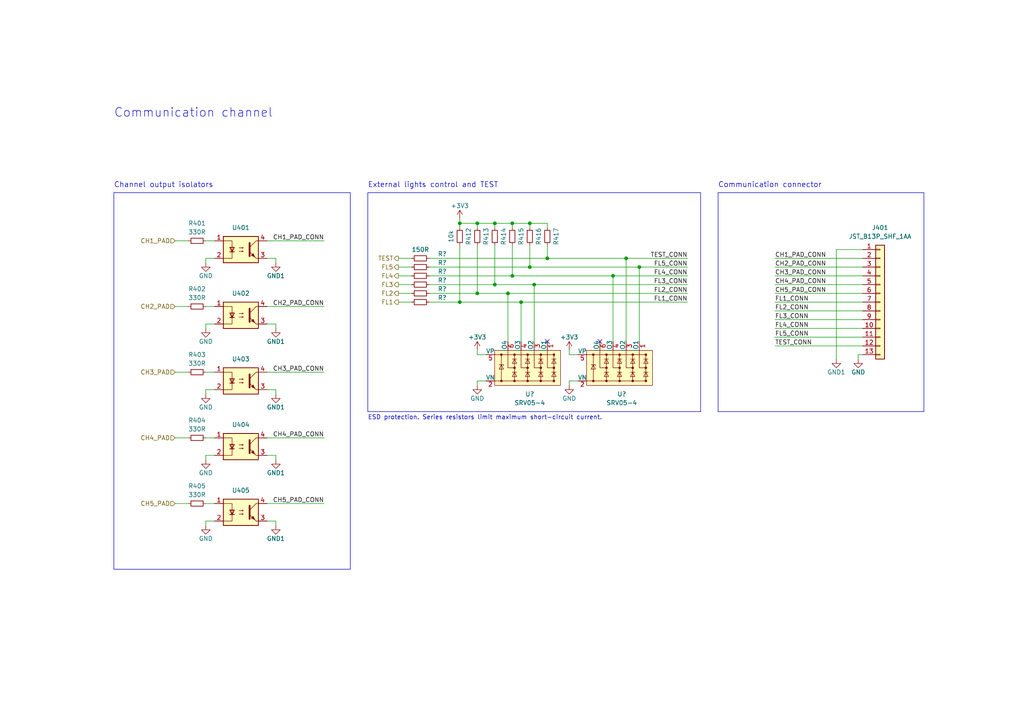
<source format=kicad_sch>
(kicad_sch (version 20230121) (generator eeschema)
  (paper "A4")
  (title_block (title "BD845-PWB SCH") (date "2023-06-16") (rev "1.1.0") (company "BlueDot Arcade, Vincenzo Fortunato") (comment 1 "bluedotarcade.com"))
  (lib_symbols
    (symbol "Connector_Generic:Conn_01x13" (pin_names (offset 1.016) hide)
      (property "Reference" "J" (at 0 17.78 0))
      (property "Value" "Conn_01x13" (at 0 -17.78 0))
      (symbol "Conn_01x13_1_1"
        (rectangle (start -1.27 -15.113) (end 0 -15.367) (stroke (width 0.1524)))
        (rectangle (start -1.27 -12.573) (end 0 -12.827) (stroke (width 0.1524)))
        (rectangle (start -1.27 -10.033) (end 0 -10.287) (stroke (width 0.1524)))
        (rectangle (start -1.27 -7.493) (end 0 -7.747) (stroke (width 0.1524)))
        (rectangle (start -1.27 -4.953) (end 0 -5.207) (stroke (width 0.1524)))
        (rectangle (start -1.27 -2.413) (end 0 -2.667) (stroke (width 0.1524)))
        (rectangle (start -1.27 0.127) (end 0 -0.127) (stroke (width 0.1524)))
        (rectangle (start -1.27 2.667) (end 0 2.413) (stroke (width 0.1524)))
        (rectangle (start -1.27 5.207) (end 0 4.953) (stroke (width 0.1524)))
        (rectangle (start -1.27 7.747) (end 0 7.493) (stroke (width 0.1524)))
        (rectangle (start -1.27 10.287) (end 0 10.033) (stroke (width 0.1524)))
        (rectangle (start -1.27 12.827) (end 0 12.573) (stroke (width 0.1524)))
        (rectangle (start -1.27 15.367) (end 0 15.113) (stroke (width 0.1524)))
        (rectangle (start -1.27 16.51) (end 1.27 -16.51) (stroke (width 0.254)) (fill (type background)))
        (pin passive line (at -5.08 15.24 0) (length 3.81) (name "Pin_1") (number "1"))
        (pin passive line (at -5.08 -7.62 0) (length 3.81) (name "Pin_10") (number "10"))
        (pin passive line (at -5.08 -10.16 0) (length 3.81) (name "Pin_11") (number "11"))
        (pin passive line (at -5.08 -12.7 0) (length 3.81) (name "Pin_12") (number "12"))
        (pin passive line (at -5.08 -15.24 0) (length 3.81) (name "Pin_13") (number "13"))
        (pin passive line (at -5.08 12.7 0) (length 3.81) (name "Pin_2") (number "2"))
        (pin passive line (at -5.08 10.16 0) (length 3.81) (name "Pin_3") (number "3"))
        (pin passive line (at -5.08 7.62 0) (length 3.81) (name "Pin_4") (number "4"))
        (pin passive line (at -5.08 5.08 0) (length 3.81) (name "Pin_5") (number "5"))
        (pin passive line (at -5.08 2.54 0) (length 3.81) (name "Pin_6") (number "6"))
        (pin passive line (at -5.08 0 0) (length 3.81) (name "Pin_7") (number "7"))
        (pin passive line (at -5.08 -2.54 0) (length 3.81) (name "Pin_8") (number "8"))
        (pin passive line (at -5.08 -5.08 0) (length 3.81) (name "Pin_9") (number "9"))
      )
    )
    (symbol "Device:R_Small" (pin_numbers hide) (pin_names (offset 0.254) hide)
      (property "Reference" "R" (at 0.762 0.508 0))
      (property "Value" "R_Small" (at 0.762 -1.016 0))
      (symbol "R_Small_0_1"
        (rectangle (start -0.762 1.778) (end 0.762 -1.778) (stroke (width 0.2032)))
      )
      (symbol "R_Small_1_1"
        (pin passive line (at 0 2.54 270) (length 0.762) (name "~") (number "1"))
        (pin passive line (at 0 -2.54 90) (length 0.762) (name "~") (number "2"))
      )
    )
    (symbol "ProjectLibrary:EL357N(C)(TA)-G" (pin_names (offset 1.016))
      (property "Reference" "U" (at -5.334 4.826 0))
      (property "Value" "EL357N(C)(TA)-G" (at 0 5.08 0))
      (symbol "EL357N(C)(TA)-G_0_1"
        (rectangle (start -5.08 3.81) (end 5.08 -3.81) (stroke (width 0.254)) (fill (type background)))
        (polyline (pts (xy -3.175 -0.635) (xy -1.905 -0.635)) (stroke (width 0.254)))
        (polyline (pts (xy 2.54 0.635) (xy 4.445 2.54)))
        (polyline (pts (xy 4.445 -2.54) (xy 2.54 -0.635)) (fill (type outline)))
        (polyline (pts (xy 4.445 -2.54) (xy 5.08 -2.54)))
        (polyline (pts (xy 4.445 2.54) (xy 5.08 2.54)))
        (polyline (pts (xy -5.08 2.54) (xy -2.54 2.54) (xy -2.54 -0.762)))
        (polyline (pts (xy -2.54 -0.635) (xy -2.54 -2.54) (xy -5.08 -2.54)))
        (polyline (pts (xy 2.54 1.905) (xy 2.54 -1.905) (xy 2.54 -1.905)) (stroke (width 0.508)))
        (polyline (pts (xy -2.54 -0.635) (xy -3.175 0.635) (xy -1.905 0.635) (xy -2.54 -0.635)) (stroke (width 0.254)))
        (polyline (pts (xy -0.508 -0.508) (xy 0.762 -0.508) (xy 0.381 -0.635) (xy 0.381 -0.381) (xy 0.762 -0.508)))
        (polyline (pts (xy -0.508 0.508) (xy 0.762 0.508) (xy 0.381 0.381) (xy 0.381 0.635) (xy 0.762 0.508)))
        (polyline (pts (xy 3.048 -1.651) (xy 3.556 -1.143) (xy 4.064 -2.159) (xy 3.048 -1.651) (xy 3.048 -1.651)) (fill (type outline)))
      )
      (symbol "EL357N(C)(TA)-G_1_1"
        (pin passive line (at -7.62 2.54 0) (length 2.54) (name "~") (number "1"))
        (pin passive line (at -7.62 -2.54 0) (length 2.54) (name "~") (number "2"))
        (pin passive line (at 7.62 -2.54 180) (length 2.54) (name "~") (number "3"))
        (pin passive line (at 7.62 2.54 180) (length 2.54) (name "~") (number "4"))
      )
    )
    (symbol "ProjectLibrary:SRV05-4" (pin_names (offset 0))
      (property "Reference" "U" (at -7.62 -6.985 0))
      (property "Value" "SRV05-4" (at 0 -6.985 0))
      (symbol "SRV05-4_0_0"
        (polyline (pts (xy -6.985 -3.81) (xy -6.985 3.81)))
        (polyline (pts (xy -3.175 -3.81) (xy -3.175 3.81)))
        (polyline (pts (xy 0.635 -3.81) (xy 0.635 3.81)))
        (polyline (pts (xy 4.445 -3.81) (xy 4.445 3.81)))
      )
      (symbol "SRV05-4_0_1"
        (rectangle (start -8.89 5.08) (end 10.16 -5.08) (fill (type background)))
        (circle (center -6.985 -3.81) (radius 0.2794) (fill (type outline)))
        (circle (center -6.985 0) (radius 0.2794) (fill (type outline)))
        (circle (center -6.985 3.81) (radius 0.2794) (fill (type outline)))
        (circle (center -3.175 -3.81) (radius 0.2794) (fill (type outline)))
        (circle (center -3.175 0) (radius 0.2794) (fill (type outline)))
        (circle (center -3.175 3.81) (radius 0.2794) (fill (type outline)))
        (polyline (pts (xy -6.35 -1.27) (xy -7.62 -1.27)))
        (polyline (pts (xy -6.35 2.54) (xy -7.62 2.54)))
        (polyline (pts (xy -2.54 -1.27) (xy -3.81 -1.27)))
        (polyline (pts (xy -2.54 2.54) (xy -3.81 2.54)))
        (polyline (pts (xy 1.27 -1.27) (xy 0 -1.27)))
        (polyline (pts (xy 1.27 2.54) (xy 0 2.54)))
        (polyline (pts (xy 5.08 -1.27) (xy 3.81 -1.27)))
        (polyline (pts (xy 5.08 2.54) (xy 3.81 2.54)))
        (polyline (pts (xy 8.255 3.81) (xy 8.255 -3.81)))
        (polyline (pts (xy 10.16 -3.81) (xy -6.985 -3.81)))
        (polyline (pts (xy 10.16 3.81) (xy -6.985 3.81)))
        (polyline (pts (xy -6.985 0) (xy -5.08 0) (xy -5.08 5.08)))
        (polyline (pts (xy -3.175 0) (xy -1.27 0) (xy -1.27 5.08)))
        (polyline (pts (xy 0.635 0) (xy 2.54 0) (xy 2.54 5.08)))
        (polyline (pts (xy 4.445 0) (xy 6.35 0) (xy 6.35 5.08)))
        (polyline (pts (xy 8.89 0.889) (xy 7.62 0.889) (xy 7.62 0.635)))
        (polyline (pts (xy -6.35 -2.54) (xy -7.62 -2.54) (xy -6.985 -1.27) (xy -6.35 -2.54)))
        (polyline (pts (xy -6.35 1.27) (xy -7.62 1.27) (xy -6.985 2.54) (xy -6.35 1.27)))
        (polyline (pts (xy -2.54 -2.54) (xy -3.81 -2.54) (xy -3.175 -1.27) (xy -2.54 -2.54)))
        (polyline (pts (xy -2.54 1.27) (xy -3.81 1.27) (xy -3.175 2.54) (xy -2.54 1.27)))
        (polyline (pts (xy 1.27 -2.54) (xy 0 -2.54) (xy 0.635 -1.27) (xy 1.27 -2.54)))
        (polyline (pts (xy 1.27 1.27) (xy 0 1.27) (xy 0.635 2.54) (xy 1.27 1.27)))
        (polyline (pts (xy 5.08 -2.54) (xy 3.81 -2.54) (xy 4.445 -1.27) (xy 5.08 -2.54)))
        (polyline (pts (xy 5.08 1.27) (xy 3.81 1.27) (xy 4.445 2.54) (xy 5.08 1.27)))
        (polyline (pts (xy 8.89 -0.381) (xy 7.62 -0.381) (xy 8.255 0.889) (xy 8.89 -0.381)))
        (circle (center 0.635 -3.81) (radius 0.2794) (fill (type outline)))
        (circle (center 0.635 0) (radius 0.2794) (fill (type outline)))
        (circle (center 0.635 3.81) (radius 0.2794) (fill (type outline)))
        (circle (center 4.445 -3.81) (radius 0.2794) (fill (type outline)))
        (circle (center 4.445 0) (radius 0.2794) (fill (type outline)))
        (circle (center 4.445 3.81) (radius 0.2794) (fill (type outline)))
        (circle (center 8.255 -3.81) (radius 0.2794) (fill (type outline)))
        (circle (center 8.255 3.81) (radius 0.2794) (fill (type outline)))
      )
      (symbol "SRV05-4_1_1"
        (pin passive line (at -5.08 7.62 270) (length 2.54) (name "IO1") (number "1"))
        (pin passive line (at 12.7 -3.81 180) (length 2.54) (name "VN") (number "2"))
        (pin passive line (at -1.27 7.62 270) (length 2.54) (name "IO2") (number "3"))
        (pin passive line (at 2.54 7.62 270) (length 2.54) (name "IO3") (number "4"))
        (pin passive line (at 12.7 3.81 180) (length 2.54) (name "VP") (number "5"))
        (pin passive line (at 6.35 7.62 270) (length 2.54) (name "IO4") (number "6"))
      )
    )
    (symbol "power:+3V3" (power) (pin_names (offset 0))
      (property "Value" "+3V3" (at 0 3.556 0))
      (symbol "+3V3_0_1"
        (polyline (pts (xy -0.762 1.27) (xy 0 2.54)))
        (polyline (pts (xy 0 0) (xy 0 2.54)))
        (polyline (pts (xy 0 2.54) (xy 0.762 1.27)))
      )
      (symbol "+3V3_1_1"
        (pin power_in line (at 0 0 90) (length 0) hide (name "+3V3") (number "1"))
      )
    )
    (symbol "power:GND" (power) (pin_names (offset 0))
      (property "Value" "GND" (at 0 -3.81 0))
      (symbol "GND_0_1"
        (polyline (pts (xy 0 0) (xy 0 -1.27) (xy 1.27 -1.27) (xy 0 -2.54) (xy -1.27 -1.27) (xy 0 -1.27)))
      )
      (symbol "GND_1_1"
        (pin power_in line (at 0 0 270) (length 0) hide (name "GND") (number "1"))
      )
    )
    (symbol "power:GND1" (power) (pin_names (offset 0))
      (property "Value" "GND1" (at 0 -3.81 0))
      (symbol "GND1_0_1"
        (polyline (pts (xy 0 0) (xy 0 -1.27) (xy 1.27 -1.27) (xy 0 -2.54) (xy -1.27 -1.27) (xy 0 -1.27)))
      )
      (symbol "GND1_1_1"
        (pin power_in line (at 0 0 270) (length 0) hide (name "GND1") (number "1"))
      )
    )
  )
  (junction (at 148.59 64.77))
  (junction (at 181.61 74.93))
  (junction (at 138.43 64.77))
  (junction (at 143.51 64.77))
  (junction (at 177.8 80.01))
  (junction (at 148.59 80.01))
  (junction (at 138.43 85.09))
  (junction (at 185.42 77.47))
  (junction (at 154.94 82.55))
  (junction (at 158.75 74.93))
  (junction (at 153.67 77.47))
  (junction (at 153.67 64.77))
  (junction (at 147.32 85.09))
  (junction (at 133.35 64.77))
  (junction (at 143.51 82.55))
  (junction (at 151.13 87.63))
  (junction (at 133.35 87.63))
  (no_connect (at 158.75 99.06))
  (no_connect (at 173.99 99.06))
  (wire (pts (xy 93.98 146.05) (xy 77.47 146.05)))
  (polyline (pts (xy 33.02 55.88) (xy 33.02 165.1)))
  (wire (pts (xy 59.69 151.13) (xy 59.69 152.4)))
  (wire (pts (xy 124.46 74.93) (xy 158.75 74.93)))
  (wire (pts (xy 59.69 127) (xy 62.23 127)))
  (wire (pts (xy 248.92 104.14) (xy 248.92 102.87)))
  (polyline (pts (xy 101.6 165.1) (xy 33.02 165.1)))
  (wire (pts (xy 224.79 87.63) (xy 250.19 87.63)))
  (wire (pts (xy 59.69 93.98) (xy 59.69 95.25)))
  (wire (pts (xy 224.79 85.09) (xy 250.19 85.09)))
  (polyline (pts (xy 203.2 55.88) (xy 203.2 119.38)))
  (polyline (pts (xy 101.6 55.88) (xy 101.6 165.1)))
  (wire (pts (xy 138.43 110.49) (xy 138.43 111.76)))
  (wire (pts (xy 77.47 93.98) (xy 80.01 93.98)))
  (wire (pts (xy 124.46 77.47) (xy 153.67 77.47)))
  (polyline (pts (xy 33.02 55.88) (xy 101.6 55.88)))
  (wire (pts (xy 138.43 64.77) (xy 138.43 66.04)))
  (polyline (pts (xy 208.28 55.88) (xy 208.28 119.38)))
  (wire (pts (xy 167.64 102.87) (xy 165.1 102.87)))
  (wire (pts (xy 93.98 88.9) (xy 77.47 88.9)))
  (wire (pts (xy 181.61 74.93) (xy 199.39 74.93)))
  (wire (pts (xy 185.42 77.47) (xy 185.42 99.06)))
  (polyline (pts (xy 203.2 119.38) (xy 106.68 119.38)))
  (wire (pts (xy 80.01 93.98) (xy 80.01 95.25)))
  (polyline (pts (xy 267.97 55.88) (xy 267.97 119.38)))
  (wire (pts (xy 224.79 90.17) (xy 250.19 90.17)))
  (wire (pts (xy 148.59 80.01) (xy 177.8 80.01)))
  (wire (pts (xy 59.69 107.95) (xy 62.23 107.95)))
  (wire (pts (xy 50.8 107.95) (xy 54.61 107.95)))
  (wire (pts (xy 59.69 132.08) (xy 59.69 133.35)))
  (wire (pts (xy 59.69 88.9) (xy 62.23 88.9)))
  (polyline (pts (xy 109.22 55.88) (xy 203.2 55.88)))
  (wire (pts (xy 153.67 71.12) (xy 153.67 77.47)))
  (wire (pts (xy 62.23 113.03) (xy 59.69 113.03)))
  (wire (pts (xy 143.51 82.55) (xy 154.94 82.55)))
  (wire (pts (xy 59.69 113.03) (xy 59.69 114.3)))
  (wire (pts (xy 158.75 64.77) (xy 158.75 66.04)))
  (wire (pts (xy 154.94 82.55) (xy 154.94 99.06)))
  (polyline (pts (xy 106.68 119.38) (xy 106.68 55.88)))
  (wire (pts (xy 62.23 93.98) (xy 59.69 93.98)))
  (wire (pts (xy 77.47 132.08) (xy 80.01 132.08)))
  (wire (pts (xy 153.67 77.47) (xy 185.42 77.47)))
  (wire (pts (xy 177.8 80.01) (xy 177.8 99.06)))
  (wire (pts (xy 77.47 74.93) (xy 80.01 74.93)))
  (wire (pts (xy 80.01 113.03) (xy 80.01 114.3)))
  (wire (pts (xy 115.57 74.93) (xy 119.38 74.93)))
  (wire (pts (xy 242.57 72.39) (xy 242.57 104.14)))
  (wire (pts (xy 185.42 77.47) (xy 199.39 77.47)))
  (wire (pts (xy 181.61 74.93) (xy 181.61 99.06)))
  (wire (pts (xy 77.47 151.13) (xy 80.01 151.13)))
  (wire (pts (xy 115.57 82.55) (xy 119.38 82.55)))
  (wire (pts (xy 224.79 100.33) (xy 250.19 100.33)))
  (wire (pts (xy 224.79 74.93) (xy 250.19 74.93)))
  (wire (pts (xy 148.59 64.77) (xy 148.59 66.04)))
  (wire (pts (xy 153.67 64.77) (xy 158.75 64.77)))
  (wire (pts (xy 124.46 85.09) (xy 138.43 85.09)))
  (wire (pts (xy 250.19 72.39) (xy 242.57 72.39)))
  (wire (pts (xy 158.75 74.93) (xy 181.61 74.93)))
  (wire (pts (xy 133.35 64.77) (xy 133.35 66.04)))
  (wire (pts (xy 138.43 102.87) (xy 138.43 101.6)))
  (wire (pts (xy 93.98 127) (xy 77.47 127)))
  (wire (pts (xy 50.8 127) (xy 54.61 127)))
  (wire (pts (xy 138.43 71.12) (xy 138.43 85.09)))
  (wire (pts (xy 167.64 110.49) (xy 165.1 110.49)))
  (wire (pts (xy 93.98 69.85) (xy 77.47 69.85)))
  (wire (pts (xy 224.79 82.55) (xy 250.19 82.55)))
  (wire (pts (xy 147.32 85.09) (xy 147.32 99.06)))
  (wire (pts (xy 177.8 80.01) (xy 199.39 80.01)))
  (wire (pts (xy 80.01 132.08) (xy 80.01 133.35)))
  (wire (pts (xy 133.35 87.63) (xy 151.13 87.63)))
  (wire (pts (xy 224.79 92.71) (xy 250.19 92.71)))
  (polyline (pts (xy 267.97 119.38) (xy 208.28 119.38)))
  (wire (pts (xy 50.8 146.05) (xy 54.61 146.05)))
  (wire (pts (xy 62.23 132.08) (xy 59.69 132.08)))
  (wire (pts (xy 158.75 71.12) (xy 158.75 74.93)))
  (polyline (pts (xy 208.28 55.88) (xy 267.97 55.88)))
  (wire (pts (xy 115.57 80.01) (xy 119.38 80.01)))
  (wire (pts (xy 80.01 151.13) (xy 80.01 152.4)))
  (wire (pts (xy 147.32 85.09) (xy 199.39 85.09)))
  (wire (pts (xy 59.69 146.05) (xy 62.23 146.05)))
  (wire (pts (xy 138.43 64.77) (xy 143.51 64.77)))
  (wire (pts (xy 143.51 64.77) (xy 143.51 66.04)))
  (wire (pts (xy 224.79 95.25) (xy 250.19 95.25)))
  (wire (pts (xy 165.1 110.49) (xy 165.1 111.76)))
  (wire (pts (xy 124.46 80.01) (xy 148.59 80.01)))
  (wire (pts (xy 62.23 74.93) (xy 59.69 74.93)))
  (wire (pts (xy 115.57 85.09) (xy 119.38 85.09)))
  (wire (pts (xy 93.98 107.95) (xy 77.47 107.95)))
  (wire (pts (xy 115.57 77.47) (xy 119.38 77.47)))
  (wire (pts (xy 124.46 87.63) (xy 133.35 87.63)))
  (wire (pts (xy 143.51 71.12) (xy 143.51 82.55)))
  (wire (pts (xy 50.8 88.9) (xy 54.61 88.9)))
  (wire (pts (xy 133.35 71.12) (xy 133.35 87.63)))
  (wire (pts (xy 124.46 82.55) (xy 143.51 82.55)))
  (polyline (pts (xy 106.68 55.88) (xy 109.22 55.88)))
  (wire (pts (xy 224.79 77.47) (xy 250.19 77.47)))
  (wire (pts (xy 165.1 102.87) (xy 165.1 101.6)))
  (wire (pts (xy 59.69 74.93) (xy 59.69 76.2)))
  (wire (pts (xy 115.57 87.63) (xy 119.38 87.63)))
  (wire (pts (xy 62.23 151.13) (xy 59.69 151.13)))
  (wire (pts (xy 133.35 63.5) (xy 133.35 64.77)))
  (wire (pts (xy 140.97 102.87) (xy 138.43 102.87)))
  (wire (pts (xy 248.92 102.87) (xy 250.19 102.87)))
  (wire (pts (xy 140.97 110.49) (xy 138.43 110.49)))
  (wire (pts (xy 138.43 85.09) (xy 147.32 85.09)))
  (wire (pts (xy 148.59 71.12) (xy 148.59 80.01)))
  (wire (pts (xy 77.47 113.03) (xy 80.01 113.03)))
  (wire (pts (xy 154.94 82.55) (xy 199.39 82.55)))
  (wire (pts (xy 143.51 64.77) (xy 148.59 64.77)))
  (wire (pts (xy 59.69 69.85) (xy 62.23 69.85)))
  (wire (pts (xy 153.67 64.77) (xy 153.67 66.04)))
  (wire (pts (xy 224.79 97.79) (xy 250.19 97.79)))
  (wire (pts (xy 148.59 64.77) (xy 153.67 64.77)))
  (wire (pts (xy 50.8 69.85) (xy 54.61 69.85)))
  (wire (pts (xy 133.35 64.77) (xy 138.43 64.77)))
  (wire (pts (xy 80.01 74.93) (xy 80.01 76.2)))
  (wire (pts (xy 151.13 87.63) (xy 151.13 99.06)))
  (wire (pts (xy 151.13 87.63) (xy 199.39 87.63)))
  (wire (pts (xy 224.79 80.01) (xy 250.19 80.01)))
  (text "Communication connector" (at 208.28 54.61 0) (effects (font (size 1.524 1.524)) (justify left bottom)))
  (text "Channel output isolators" (at 33.02 54.61 0) (effects (font (size 1.524 1.524)) (justify left bottom)))
  (text "Communication channel" (at 33.02 34.29 0) (effects (font (size 2.54 2.54)) (justify left bottom)))
  (text "External lights control and TEST" (at 106.68 54.61 0) (effects (font (size 1.524 1.524)) (justify left bottom)))
  (text "ESD protection. Series resistors limit maximum short-circuit current." (at 106.68 121.92 0) (effects (font (size 1.27 1.27)) (justify left bottom)))
  (label "FL3_CONN" (at 224.79 92.71 0))
  (label "CH1_PAD_CONN" (at 93.98 69.85 180))
  (label "FL2_CONN" (at 224.79 90.17 0))
  (label "FL5_CONN" (at 199.39 77.47 180))
  (label "CH5_PAD_CONN" (at 93.98 146.05 180))
  (label "CH2_PAD_CONN" (at 93.98 88.9 180))
  (label "FL4_CONN" (at 199.39 80.01 180))
  (label "FL3_CONN" (at 199.39 82.55 180))
  (label "FL1_CONN" (at 199.39 87.63 180))
  (label "FL5_CONN" (at 224.79 97.79 0))
  (label "CH2_PAD_CONN" (at 224.79 77.47 0))
  (label "FL1_CONN" (at 224.79 87.63 0))
  (label "CH4_PAD_CONN" (at 224.79 82.55 0))
  (label "CH4_PAD_CONN" (at 93.98 127 180))
  (label "CH3_PAD_CONN" (at 224.79 80.01 0))
  (label "CH1_PAD_CONN" (at 224.79 74.93 0))
  (label "FL2_CONN" (at 199.39 85.09 180))
  (label "CH3_PAD_CONN" (at 93.98 107.95 180))
  (label "TEST_CONN" (at 224.79 100.33 0))
  (label "CH5_PAD_CONN" (at 224.79 85.09 0))
  (label "FL4_CONN" (at 224.79 95.25 0))
  (label "TEST_CONN" (at 199.39 74.93 180))
  (hierarchical_label "FL2" (shape output) (at 115.57 85.09 180))
  (hierarchical_label "CH2_PAD" (shape input) (at 50.8 88.9 180))
  (hierarchical_label "CH3_PAD" (shape input) (at 50.8 107.95 180))
  (hierarchical_label "FL4" (shape output) (at 115.57 80.01 180))
  (hierarchical_label "CH1_PAD" (shape input) (at 50.8 69.85 180))
  (hierarchical_label "FL5" (shape output) (at 115.57 77.47 180))
  (hierarchical_label "FL3" (shape output) (at 115.57 82.55 180))
  (hierarchical_label "CH5_PAD" (shape input) (at 50.8 146.05 180))
  (hierarchical_label "TEST" (shape output) (at 115.57 74.93 180))
  (hierarchical_label "FL1" (shape output) (at 115.57 87.63 180))
  (hierarchical_label "CH4_PAD" (shape input) (at 50.8 127 180))
  (symbol (lib_id "power:GND1") (at 242.57 104.14 0) (mirror y) (unit 1)
    (property "Reference" "#PWR0161" (effects hide))
    (property "Value" "GND1" (at 242.57 107.95 0))
  )
  (symbol (lib_id "power:GND") (at 59.69 133.35 0) (mirror y) (unit 1)
    (property "Reference" "#PWR?" (effects hide))
    (property "Value" "GND" (at 59.69 137.16 0))
    (instances (project "bd845-pwb" (path "" (reference "#PWR?") (unit 1)) (path "" (reference "#PWR0148") (unit 1))))
  )
  (symbol (lib_id "ProjectLibrary:EL357N(C)(TA)-G") (at 69.85 129.54 0) (unit 1)
    (property "Reference" "U404" (at 69.85 123.19 0))
    (property "Value" "EL357N(C)(TA)-G" (effects hide))
    (property "Footprint" "Package_SO:SO-4_4.4x3.6mm_P2.54mm" (effects hide))
    (property "Datasheet" "https://datasheet.lcsc.com/lcsc/1810271030_Everlight-Elec-EL357N-C-TA-G_C29981.pdf" (effects hide))
    (property "JLCPCB Part #" "C29981" (effects hide))
  )
  (symbol (lib_id "Device:R_Small") (at 57.15 69.85 90) (unit 1)
    (property "Reference" "R401" (at 57.15 64.77 90))
    (property "Value" "330R" (at 57.15 67.31 90))
    (property "Footprint" "Resistor_SMD:R_0603_1608Metric" (effects hide))
    (property "JLCPCB Part #" "C23138" (effects hide))
  )
  (symbol (lib_id "Device:R_Small") (at 57.15 88.9 90) (unit 1)
    (property "Reference" "R402" (at 57.15 83.82 90))
    (property "Value" "330R" (at 57.15 86.36 90))
    (property "Footprint" "Resistor_SMD:R_0603_1608Metric" (effects hide))
    (property "JLCPCB Part #" "C23138" (effects hide))
  )
  (symbol (lib_id "Device:R_Small") (at 57.15 146.05 90) (unit 1)
    (property "Reference" "R405" (at 57.15 140.97 90))
    (property "Value" "330R" (at 57.15 143.51 90))
    (property "Footprint" "Resistor_SMD:R_0603_1608Metric" (effects hide))
    (property "JLCPCB Part #" "C23138" (effects hide))
  )
  (symbol (lib_id "Device:R_Small") (at 57.15 107.95 90) (unit 1)
    (property "Reference" "R403" (at 57.15 102.87 90))
    (property "Value" "330R" (at 57.15 105.41 90))
    (property "Footprint" "Resistor_SMD:R_0603_1608Metric" (effects hide))
    (property "JLCPCB Part #" "C23138" (effects hide))
  )
  (symbol (lib_id "Connector_Generic:Conn_01x13") (at 255.27 87.63 0) (unit 1)
    (property "Reference" "J401" (at 255.27 66.04 0))
    (property "Value" "JST_B13P_SHF_1AA" (at 255.27 68.58 0))
    (property "Footprint" "ProjectLibrary:JST_NH_B13P-SHF-1AA_1x13_P2.50mm_Vertical" (effects hide))
  )
  (symbol (lib_id "Device:R_Small") (at 57.15 127 90) (unit 1)
    (property "Reference" "R404" (at 57.15 121.92 90))
    (property "Value" "330R" (at 57.15 124.46 90))
    (property "Footprint" "Resistor_SMD:R_0603_1608Metric" (effects hide))
    (property "JLCPCB Part #" "C23138" (effects hide))
  )
  (symbol (lib_id "Device:R_Small") (at 121.92 74.93 270) (unit 1)
    (property "Reference" "R?" (at 128.27 73.66 90))
    (property "Value" "150R" (at 121.92 72.39 90))
    (property "Footprint" "Resistor_SMD:R_0603_1608Metric" (effects hide))
    (property "JLCPCB Part #" "C22808" (effects hide))
    (instances (project "bd845-pwb" (path "" (reference "R?") (unit 1)) (path "" (reference "R?") (unit 1)) (path "" (reference "R?") (unit 1)) (path "" (reference "R?") (unit 1)) (path "" (reference "R?") (unit 1)) (path "" (reference "R?") (unit 1)) (path "" (reference "R406") (unit 1))))
  )
  (symbol (lib_id "ProjectLibrary:EL357N(C)(TA)-G") (at 69.85 148.59 0) (unit 1)
    (property "Reference" "U405" (at 69.85 142.24 0))
    (property "Value" "EL357N(C)(TA)-G" (effects hide))
    (property "Footprint" "Package_SO:SO-4_4.4x3.6mm_P2.54mm" (effects hide))
    (property "Datasheet" "https://datasheet.lcsc.com/lcsc/1810271030_Everlight-Elec-EL357N-C-TA-G_C29981.pdf" (effects hide))
    (property "JLCPCB Part #" "C29981" (effects hide))
  )
  (symbol (lib_id "power:GND") (at 59.69 152.4 0) (mirror y) (unit 1)
    (property "Reference" "#PWR?" (effects hide))
    (property "Value" "GND" (at 59.69 156.21 0))
    (instances (project "bd845-pwb" (path "" (reference "#PWR?") (unit 1)) (path "" (reference "#PWR0149") (unit 1))))
  )
  (symbol (lib_id "ProjectLibrary:SRV05-4") (at 180.34 106.68 0) (mirror y) (unit 1)
    (property "Reference" "U?" (at 180.34 114.3 0))
    (property "Value" "SRV05-4" (at 180.34 116.84 0))
    (property "Footprint" "Package_TO_SOT_SMD:SOT-23-6" (effects hide))
    (property "Datasheet" "http://www.onsemi.com/pub/Collateral/SRV05-4-D.PDF" (effects hide))
    (property "JLCPCB Part #" "C85364" (effects hide))
    (instances (project "bd845-pwb" (path "" (reference "U?") (unit 1)) (path "" (reference "U?") (unit 1)) (path "" (reference "U?") (unit 1)) (path "" (reference "U?") (unit 1)) (path "" (reference "U?") (unit 1)) (path "" (reference "U?") (unit 1)) (path "" (reference "U407") (unit 1))))
  )
  (symbol (lib_id "Device:R_Small") (at 121.92 80.01 270) (unit 1)
    (property "Reference" "R?" (at 128.27 78.74 90))
    (property "Value" "150R" (effects hide))
    (property "Footprint" "Resistor_SMD:R_0603_1608Metric" (effects hide))
    (property "JLCPCB Part #" "C22808" (effects hide))
    (instances (project "bd845-pwb" (path "" (reference "R?") (unit 1)) (path "" (reference "R?") (unit 1)) (path "" (reference "R?") (unit 1)) (path "" (reference "R?") (unit 1)) (path "" (reference "R?") (unit 1)) (path "" (reference "R?") (unit 1)) (path "" (reference "R408") (unit 1))))
  )
  (symbol (lib_id "power:+3V3") (at 165.1 101.6 0) (mirror y) (unit 1)
    (property "Reference" "#PWR?" (effects hide))
    (property "Value" "+3V3" (at 165.1 97.79 0))
    (instances (project "bd845-pwb" (path "" (reference "#PWR?") (unit 1)) (path "" (reference "#PWR?") (unit 1)) (path "" (reference "#PWR?") (unit 1)) (path "" (reference "#PWR?") (unit 1)) (path "" (reference "#PWR?") (unit 1)) (path "" (reference "#PWR?") (unit 1)) (path "" (reference "#PWR0158") (unit 1))))
  )
  (symbol (lib_id "power:GND") (at 248.92 104.14 0) (unit 1)
    (property "Reference" "#PWR?" (effects hide))
    (property "Value" "GND" (at 248.92 107.95 0))
    (instances (project "bd845-pwb" (path "" (reference "#PWR?") (unit 1)) (path "" (reference "#PWR0160") (unit 1))))
  )
  (symbol (lib_id "Device:R_Small") (at 153.67 68.58 180) (unit 1)
    (property "Reference" "R416" (at 156.21 68.58 90))
    (property "Value" "10k" (effects hide))
    (property "Footprint" "Resistor_SMD:R_0603_1608Metric" (effects hide))
    (property "JLCPCB Part #" "C25804" (effects hide))
  )
  (symbol (lib_id "power:GND1") (at 80.01 76.2 0) (unit 1)
    (property "Reference" "#PWR0156" (effects hide))
    (property "Value" "GND1" (at 80.01 80.01 0))
  )
  (symbol (lib_id "power:GND1") (at 80.01 152.4 0) (unit 1)
    (property "Reference" "#PWR0150" (effects hide))
    (property "Value" "GND1" (at 80.01 156.21 0))
  )
  (symbol (lib_id "power:GND1") (at 80.01 133.35 0) (unit 1)
    (property "Reference" "#PWR0147" (effects hide))
    (property "Value" "GND1" (at 80.01 137.16 0))
  )
  (symbol (lib_id "ProjectLibrary:EL357N(C)(TA)-G") (at 69.85 72.39 0) (unit 1)
    (property "Reference" "U401" (at 69.85 66.04 0))
    (property "Value" "EL357N(C)(TA)-G" (effects hide))
    (property "Footprint" "Package_SO:SO-4_4.4x3.6mm_P2.54mm" (effects hide))
    (property "Datasheet" "https://datasheet.lcsc.com/lcsc/1810271030_Everlight-Elec-EL357N-C-TA-G_C29981.pdf" (effects hide))
    (property "JLCPCB Part #" "C29981" (effects hide))
  )
  (symbol (lib_id "power:+3V3") (at 133.35 63.5 0) (unit 1)
    (property "Reference" "#PWR0159" (effects hide))
    (property "Value" "+3V3" (at 133.35 59.69 0))
  )
  (symbol (lib_id "Device:R_Small") (at 121.92 87.63 270) (unit 1)
    (property "Reference" "R?" (at 128.27 86.36 90))
    (property "Value" "150R" (effects hide))
    (property "Footprint" "Resistor_SMD:R_0603_1608Metric" (effects hide))
    (property "JLCPCB Part #" "C22808" (effects hide))
    (instances (project "bd845-pwb" (path "" (reference "R?") (unit 1)) (path "" (reference "R?") (unit 1)) (path "" (reference "R?") (unit 1)) (path "" (reference "R?") (unit 1)) (path "" (reference "R?") (unit 1)) (path "" (reference "R?") (unit 1)) (path "" (reference "R411") (unit 1))))
  )
  (symbol (lib_id "Device:R_Small") (at 148.59 68.58 180) (unit 1)
    (property "Reference" "R415" (at 151.13 68.58 90))
    (property "Value" "10k" (effects hide))
    (property "Footprint" "Resistor_SMD:R_0603_1608Metric" (effects hide))
    (property "JLCPCB Part #" "C25804" (effects hide))
  )
  (symbol (lib_id "ProjectLibrary:EL357N(C)(TA)-G") (at 69.85 110.49 0) (unit 1)
    (property "Reference" "U403" (at 69.85 104.14 0))
    (property "Value" "EL357N(C)(TA)-G" (effects hide))
    (property "Footprint" "Package_SO:SO-4_4.4x3.6mm_P2.54mm" (effects hide))
    (property "Datasheet" "https://datasheet.lcsc.com/lcsc/1810271030_Everlight-Elec-EL357N-C-TA-G_C29981.pdf" (effects hide))
    (property "JLCPCB Part #" "C29981" (effects hide))
  )
  (symbol (lib_id "ProjectLibrary:SRV05-4") (at 153.67 106.68 0) (mirror y) (unit 1)
    (property "Reference" "U?" (at 153.67 114.3 0))
    (property "Value" "SRV05-4" (at 153.67 116.84 0))
    (property "Footprint" "Package_TO_SOT_SMD:SOT-23-6" (effects hide))
    (property "Datasheet" "http://www.onsemi.com/pub/Collateral/SRV05-4-D.PDF" (effects hide))
    (property "JLCPCB Part #" "C85364" (effects hide))
    (instances (project "bd845-pwb" (path "" (reference "U?") (unit 1)) (path "" (reference "U?") (unit 1)) (path "" (reference "U?") (unit 1)) (path "" (reference "U?") (unit 1)) (path "" (reference "U?") (unit 1)) (path "" (reference "U?") (unit 1)) (path "" (reference "U406") (unit 1))))
  )
  (symbol (lib_id "power:GND") (at 59.69 114.3 0) (mirror y) (unit 1)
    (property "Reference" "#PWR?" (effects hide))
    (property "Value" "GND" (at 59.69 118.11 0))
    (instances (project "bd845-pwb" (path "" (reference "#PWR?") (unit 1)) (path "" (reference "#PWR0153") (unit 1))))
  )
  (symbol (lib_id "ProjectLibrary:EL357N(C)(TA)-G") (at 69.85 91.44 0) (unit 1)
    (property "Reference" "U402" (at 69.85 85.09 0))
    (property "Value" "EL357N(C)(TA)-G" (effects hide))
    (property "Footprint" "Package_SO:SO-4_4.4x3.6mm_P2.54mm" (effects hide))
    (property "Datasheet" "https://datasheet.lcsc.com/lcsc/1810271030_Everlight-Elec-EL357N-C-TA-G_C29981.pdf" (effects hide))
    (property "JLCPCB Part #" "C29981" (effects hide))
  )
  (symbol (lib_id "power:GND1") (at 80.01 114.3 0) (unit 1)
    (property "Reference" "#PWR0154" (effects hide))
    (property "Value" "GND1" (at 80.01 118.11 0))
  )
  (symbol (lib_id "Device:R_Small") (at 158.75 68.58 180) (unit 1)
    (property "Reference" "R417" (at 161.29 68.58 90))
    (property "Value" "10k" (effects hide))
    (property "Footprint" "Resistor_SMD:R_0603_1608Metric" (effects hide))
    (property "JLCPCB Part #" "C25804" (effects hide))
  )
  (symbol (lib_id "power:GND1") (at 80.01 95.25 0) (unit 1)
    (property "Reference" "#PWR0152" (effects hide))
    (property "Value" "GND1" (at 80.01 99.06 0))
  )
  (symbol (lib_id "power:GND") (at 59.69 95.25 0) (mirror y) (unit 1)
    (property "Reference" "#PWR?" (effects hide))
    (property "Value" "GND" (at 59.69 99.06 0))
    (instances (project "bd845-pwb" (path "" (reference "#PWR?") (unit 1)) (path "" (reference "#PWR0155") (unit 1))))
  )
  (symbol (lib_id "Device:R_Small") (at 133.35 68.58 180) (unit 1)
    (property "Reference" "R412" (at 135.89 68.58 90))
    (property "Value" "10k" (at 130.81 68.58 90))
    (property "Footprint" "Resistor_SMD:R_0603_1608Metric" (effects hide))
    (property "JLCPCB Part #" "C25804" (effects hide))
  )
  (symbol (lib_id "Device:R_Small") (at 138.43 68.58 180) (unit 1)
    (property "Reference" "R413" (at 140.97 68.58 90))
    (property "Value" "10k" (effects hide))
    (property "Footprint" "Resistor_SMD:R_0603_1608Metric" (effects hide))
    (property "JLCPCB Part #" "C25804" (effects hide))
  )
  (symbol (lib_id "Device:R_Small") (at 121.92 77.47 270) (unit 1)
    (property "Reference" "R?" (at 128.27 76.2 90))
    (property "Value" "150R" (effects hide))
    (property "Footprint" "Resistor_SMD:R_0603_1608Metric" (effects hide))
    (property "JLCPCB Part #" "C22808" (effects hide))
    (instances (project "bd845-pwb" (path "" (reference "R?") (unit 1)) (path "" (reference "R?") (unit 1)) (path "" (reference "R?") (unit 1)) (path "" (reference "R?") (unit 1)) (path "" (reference "R?") (unit 1)) (path "" (reference "R?") (unit 1)) (path "" (reference "R407") (unit 1))))
  )
  (symbol (lib_id "power:GND") (at 165.1 111.76 0) (mirror y) (unit 1)
    (property "Reference" "#PWR?" (effects hide))
    (property "Value" "GND" (at 165.1 115.57 0))
    (instances (project "bd845-pwb" (path "" (reference "#PWR?") (unit 1)) (path "" (reference "#PWR?") (unit 1)) (path "" (reference "#PWR?") (unit 1)) (path "" (reference "#PWR?") (unit 1)) (path "" (reference "#PWR?") (unit 1)) (path "" (reference "#PWR?") (unit 1)) (path "" (reference "#PWR0157") (unit 1))))
  )
  (symbol (lib_id "power:GND") (at 138.43 111.76 0) (mirror y) (unit 1)
    (property "Reference" "#PWR?" (effects hide))
    (property "Value" "GND" (at 138.43 115.57 0))
    (instances (project "bd845-pwb" (path "" (reference "#PWR?") (unit 1)) (path "" (reference "#PWR?") (unit 1)) (path "" (reference "#PWR?") (unit 1)) (path "" (reference "#PWR?") (unit 1)) (path "" (reference "#PWR?") (unit 1)) (path "" (reference "#PWR?") (unit 1)) (path "" (reference "#PWR0145") (unit 1))))
  )
  (symbol (lib_id "Device:R_Small") (at 121.92 82.55 270) (unit 1)
    (property "Reference" "R?" (at 128.27 81.28 90))
    (property "Value" "150R" (effects hide))
    (property "Footprint" "Resistor_SMD:R_0603_1608Metric" (effects hide))
    (property "JLCPCB Part #" "C22808" (effects hide))
    (instances (project "bd845-pwb" (path "" (reference "R?") (unit 1)) (path "" (reference "R?") (unit 1)) (path "" (reference "R?") (unit 1)) (path "" (reference "R?") (unit 1)) (path "" (reference "R?") (unit 1)) (path "" (reference "R?") (unit 1)) (path "" (reference "R409") (unit 1))))
  )
  (symbol (lib_id "Device:R_Small") (at 121.92 85.09 270) (unit 1)
    (property "Reference" "R?" (at 128.27 83.82 90))
    (property "Value" "150R" (effects hide))
    (property "Footprint" "Resistor_SMD:R_0603_1608Metric" (effects hide))
    (property "JLCPCB Part #" "C22808" (effects hide))
    (instances (project "bd845-pwb" (path "" (reference "R?") (unit 1)) (path "" (reference "R?") (unit 1)) (path "" (reference "R?") (unit 1)) (path "" (reference "R?") (unit 1)) (path "" (reference "R?") (unit 1)) (path "" (reference "R?") (unit 1)) (path "" (reference "R410") (unit 1))))
  )
  (symbol (lib_id "Device:R_Small") (at 143.51 68.58 180) (unit 1)
    (property "Reference" "R414" (at 146.05 68.58 90))
    (property "Value" "10k" (effects hide))
    (property "Footprint" "Resistor_SMD:R_0603_1608Metric" (effects hide))
    (property "JLCPCB Part #" "C25804" (effects hide))
  )
  (symbol (lib_id "power:+3V3") (at 138.43 101.6 0) (mirror y) (unit 1)
    (property "Reference" "#PWR?" (effects hide))
    (property "Value" "+3V3" (at 138.43 97.79 0))
    (instances (project "bd845-pwb" (path "" (reference "#PWR?") (unit 1)) (path "" (reference "#PWR?") (unit 1)) (path "" (reference "#PWR?") (unit 1)) (path "" (reference "#PWR?") (unit 1)) (path "" (reference "#PWR?") (unit 1)) (path "" (reference "#PWR?") (unit 1)) (path "" (reference "#PWR0146") (unit 1))))
  )
  (symbol (lib_id "power:GND") (at 59.69 76.2 0) (mirror y) (unit 1)
    (property "Reference" "#PWR?" (effects hide))
    (property "Value" "GND" (at 59.69 80.01 0))
    (instances (project "bd845-pwb" (path "" (reference "#PWR?") (unit 1)) (path "" (reference "#PWR0151") (unit 1))))
  )
)
</source>
